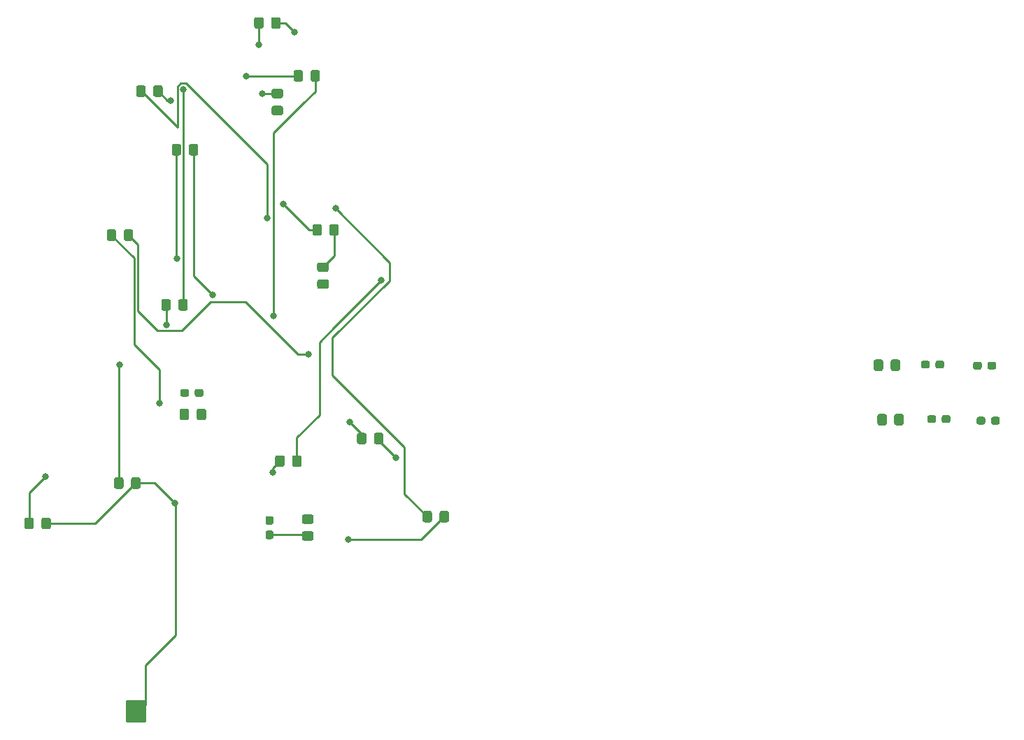
<source format=gbr>
%TF.GenerationSoftware,KiCad,Pcbnew,(5.1.6)-1*%
%TF.CreationDate,2021-10-19T11:47:46+02:00*%
%TF.ProjectId,_autosave-BaumOben,5f617574-6f73-4617-9665-2d4261756d4f,rev?*%
%TF.SameCoordinates,Original*%
%TF.FileFunction,Copper,L1,Top*%
%TF.FilePolarity,Positive*%
%FSLAX46Y46*%
G04 Gerber Fmt 4.6, Leading zero omitted, Abs format (unit mm)*
G04 Created by KiCad (PCBNEW (5.1.6)-1) date 2021-10-19 11:47:46*
%MOMM*%
%LPD*%
G01*
G04 APERTURE LIST*
%TA.AperFunction,ViaPad*%
%ADD10C,0.800000*%
%TD*%
%TA.AperFunction,Conductor*%
%ADD11C,0.250000*%
%TD*%
%TA.AperFunction,Conductor*%
%ADD12C,0.254000*%
%TD*%
G04 APERTURE END LIST*
%TO.P,R10,2*%
%TO.N,GND*%
%TA.AperFunction,SMDPad,CuDef*%
G36*
G01*
X180463500Y-113226001D02*
X180463500Y-112325999D01*
G75*
G02*
X180713499Y-112076000I249999J0D01*
G01*
X181363501Y-112076000D01*
G75*
G02*
X181613500Y-112325999I0J-249999D01*
G01*
X181613500Y-113226001D01*
G75*
G02*
X181363501Y-113476000I-249999J0D01*
G01*
X180713499Y-113476000D01*
G75*
G02*
X180463500Y-113226001I0J249999D01*
G01*
G37*
%TD.AperFunction*%
%TO.P,R10,1*%
%TO.N,Net-(DB8-Pad1)*%
%TA.AperFunction,SMDPad,CuDef*%
G36*
G01*
X178413500Y-113226001D02*
X178413500Y-112325999D01*
G75*
G02*
X178663499Y-112076000I249999J0D01*
G01*
X179313501Y-112076000D01*
G75*
G02*
X179563500Y-112325999I0J-249999D01*
G01*
X179563500Y-113226001D01*
G75*
G02*
X179313501Y-113476000I-249999J0D01*
G01*
X178663499Y-113476000D01*
G75*
G02*
X178413500Y-113226001I0J249999D01*
G01*
G37*
%TD.AperFunction*%
%TD*%
%TO.P,R9,2*%
%TO.N,GND*%
%TA.AperFunction,SMDPad,CuDef*%
G36*
G01*
X180028000Y-106622001D02*
X180028000Y-105721999D01*
G75*
G02*
X180277999Y-105472000I249999J0D01*
G01*
X180928001Y-105472000D01*
G75*
G02*
X181178000Y-105721999I0J-249999D01*
G01*
X181178000Y-106622001D01*
G75*
G02*
X180928001Y-106872000I-249999J0D01*
G01*
X180277999Y-106872000D01*
G75*
G02*
X180028000Y-106622001I0J249999D01*
G01*
G37*
%TD.AperFunction*%
%TO.P,R9,1*%
%TO.N,Net-(DB6-Pad1)*%
%TA.AperFunction,SMDPad,CuDef*%
G36*
G01*
X177978000Y-106622001D02*
X177978000Y-105721999D01*
G75*
G02*
X178227999Y-105472000I249999J0D01*
G01*
X178878001Y-105472000D01*
G75*
G02*
X179128000Y-105721999I0J-249999D01*
G01*
X179128000Y-106622001D01*
G75*
G02*
X178878001Y-106872000I-249999J0D01*
G01*
X178227999Y-106872000D01*
G75*
G02*
X177978000Y-106622001I0J249999D01*
G01*
G37*
%TD.AperFunction*%
%TD*%
%TO.P,R8,2*%
%TO.N,GND*%
%TA.AperFunction,SMDPad,CuDef*%
G36*
G01*
X109924001Y-125407000D02*
X109023999Y-125407000D01*
G75*
G02*
X108774000Y-125157001I0J249999D01*
G01*
X108774000Y-124506999D01*
G75*
G02*
X109023999Y-124257000I249999J0D01*
G01*
X109924001Y-124257000D01*
G75*
G02*
X110174000Y-124506999I0J-249999D01*
G01*
X110174000Y-125157001D01*
G75*
G02*
X109924001Y-125407000I-249999J0D01*
G01*
G37*
%TD.AperFunction*%
%TO.P,R8,1*%
%TO.N,Net-(DB4-Pad1)*%
%TA.AperFunction,SMDPad,CuDef*%
G36*
G01*
X109924001Y-127457000D02*
X109023999Y-127457000D01*
G75*
G02*
X108774000Y-127207001I0J249999D01*
G01*
X108774000Y-126556999D01*
G75*
G02*
X109023999Y-126307000I249999J0D01*
G01*
X109924001Y-126307000D01*
G75*
G02*
X110174000Y-126556999I0J-249999D01*
G01*
X110174000Y-127207001D01*
G75*
G02*
X109924001Y-127457000I-249999J0D01*
G01*
G37*
%TD.AperFunction*%
%TD*%
%TO.P,R7,2*%
%TO.N,GND*%
%TA.AperFunction,SMDPad,CuDef*%
G36*
G01*
X96017500Y-112591001D02*
X96017500Y-111690999D01*
G75*
G02*
X96267499Y-111441000I249999J0D01*
G01*
X96917501Y-111441000D01*
G75*
G02*
X97167500Y-111690999I0J-249999D01*
G01*
X97167500Y-112591001D01*
G75*
G02*
X96917501Y-112841000I-249999J0D01*
G01*
X96267499Y-112841000D01*
G75*
G02*
X96017500Y-112591001I0J249999D01*
G01*
G37*
%TD.AperFunction*%
%TO.P,R7,1*%
%TO.N,Net-(DB2-Pad1)*%
%TA.AperFunction,SMDPad,CuDef*%
G36*
G01*
X93967500Y-112591001D02*
X93967500Y-111690999D01*
G75*
G02*
X94217499Y-111441000I249999J0D01*
G01*
X94867501Y-111441000D01*
G75*
G02*
X95117500Y-111690999I0J-249999D01*
G01*
X95117500Y-112591001D01*
G75*
G02*
X94867501Y-112841000I-249999J0D01*
G01*
X94217499Y-112841000D01*
G75*
G02*
X93967500Y-112591001I0J249999D01*
G01*
G37*
%TD.AperFunction*%
%TD*%
%TO.P,R3,2*%
%TO.N,GND*%
%TA.AperFunction,SMDPad,CuDef*%
G36*
G01*
X105340999Y-74745000D02*
X106241001Y-74745000D01*
G75*
G02*
X106491000Y-74994999I0J-249999D01*
G01*
X106491000Y-75645001D01*
G75*
G02*
X106241001Y-75895000I-249999J0D01*
G01*
X105340999Y-75895000D01*
G75*
G02*
X105091000Y-75645001I0J249999D01*
G01*
X105091000Y-74994999D01*
G75*
G02*
X105340999Y-74745000I249999J0D01*
G01*
G37*
%TD.AperFunction*%
%TO.P,R3,1*%
%TO.N,Net-(DR4-Pad1)*%
%TA.AperFunction,SMDPad,CuDef*%
G36*
G01*
X105340999Y-72695000D02*
X106241001Y-72695000D01*
G75*
G02*
X106491000Y-72944999I0J-249999D01*
G01*
X106491000Y-73595001D01*
G75*
G02*
X106241001Y-73845000I-249999J0D01*
G01*
X105340999Y-73845000D01*
G75*
G02*
X105091000Y-73595001I0J249999D01*
G01*
X105091000Y-72944999D01*
G75*
G02*
X105340999Y-72695000I249999J0D01*
G01*
G37*
%TD.AperFunction*%
%TD*%
%TO.P,R1,2*%
%TO.N,GND*%
%TA.AperFunction,SMDPad,CuDef*%
G36*
G01*
X110865499Y-95772500D02*
X111765501Y-95772500D01*
G75*
G02*
X112015500Y-96022499I0J-249999D01*
G01*
X112015500Y-96672501D01*
G75*
G02*
X111765501Y-96922500I-249999J0D01*
G01*
X110865499Y-96922500D01*
G75*
G02*
X110615500Y-96672501I0J249999D01*
G01*
X110615500Y-96022499D01*
G75*
G02*
X110865499Y-95772500I249999J0D01*
G01*
G37*
%TD.AperFunction*%
%TO.P,R1,1*%
%TO.N,Net-(DY4-Pad1)*%
%TA.AperFunction,SMDPad,CuDef*%
G36*
G01*
X110865499Y-93722500D02*
X111765501Y-93722500D01*
G75*
G02*
X112015500Y-93972499I0J-249999D01*
G01*
X112015500Y-94622501D01*
G75*
G02*
X111765501Y-94872500I-249999J0D01*
G01*
X110865499Y-94872500D01*
G75*
G02*
X110615500Y-94622501I0J249999D01*
G01*
X110615500Y-93972499D01*
G75*
G02*
X110865499Y-93722500I249999J0D01*
G01*
G37*
%TD.AperFunction*%
%TD*%
%TO.P,DY8,2*%
%TO.N,Net-(DY7-Pad1)*%
%TA.AperFunction,SMDPad,CuDef*%
G36*
G01*
X93795000Y-99319501D02*
X93795000Y-98419499D01*
G75*
G02*
X94044999Y-98169500I249999J0D01*
G01*
X94695001Y-98169500D01*
G75*
G02*
X94945000Y-98419499I0J-249999D01*
G01*
X94945000Y-99319501D01*
G75*
G02*
X94695001Y-99569500I-249999J0D01*
G01*
X94044999Y-99569500D01*
G75*
G02*
X93795000Y-99319501I0J249999D01*
G01*
G37*
%TD.AperFunction*%
%TO.P,DY8,1*%
%TO.N,Net-(DY8-Pad1)*%
%TA.AperFunction,SMDPad,CuDef*%
G36*
G01*
X91745000Y-99319501D02*
X91745000Y-98419499D01*
G75*
G02*
X91994999Y-98169500I249999J0D01*
G01*
X92645001Y-98169500D01*
G75*
G02*
X92895000Y-98419499I0J-249999D01*
G01*
X92895000Y-99319501D01*
G75*
G02*
X92645001Y-99569500I-249999J0D01*
G01*
X91994999Y-99569500D01*
G75*
G02*
X91745000Y-99319501I0J249999D01*
G01*
G37*
%TD.AperFunction*%
%TD*%
%TO.P,DY6,2*%
%TO.N,Net-(DY5-Pad1)*%
%TA.AperFunction,SMDPad,CuDef*%
G36*
G01*
X109797000Y-71570001D02*
X109797000Y-70669999D01*
G75*
G02*
X110046999Y-70420000I249999J0D01*
G01*
X110697001Y-70420000D01*
G75*
G02*
X110947000Y-70669999I0J-249999D01*
G01*
X110947000Y-71570001D01*
G75*
G02*
X110697001Y-71820000I-249999J0D01*
G01*
X110046999Y-71820000D01*
G75*
G02*
X109797000Y-71570001I0J249999D01*
G01*
G37*
%TD.AperFunction*%
%TO.P,DY6,1*%
%TO.N,Net-(DY6-Pad1)*%
%TA.AperFunction,SMDPad,CuDef*%
G36*
G01*
X107747000Y-71570001D02*
X107747000Y-70669999D01*
G75*
G02*
X107996999Y-70420000I249999J0D01*
G01*
X108647001Y-70420000D01*
G75*
G02*
X108897000Y-70669999I0J-249999D01*
G01*
X108897000Y-71570001D01*
G75*
G02*
X108647001Y-71820000I-249999J0D01*
G01*
X107996999Y-71820000D01*
G75*
G02*
X107747000Y-71570001I0J249999D01*
G01*
G37*
%TD.AperFunction*%
%TD*%
%TO.P,DY4,2*%
%TO.N,Net-(DY3-Pad1)*%
%TA.AperFunction,SMDPad,CuDef*%
G36*
G01*
X111183000Y-89338999D02*
X111183000Y-90239001D01*
G75*
G02*
X110933001Y-90489000I-249999J0D01*
G01*
X110282999Y-90489000D01*
G75*
G02*
X110033000Y-90239001I0J249999D01*
G01*
X110033000Y-89338999D01*
G75*
G02*
X110282999Y-89089000I249999J0D01*
G01*
X110933001Y-89089000D01*
G75*
G02*
X111183000Y-89338999I0J-249999D01*
G01*
G37*
%TD.AperFunction*%
%TO.P,DY4,1*%
%TO.N,Net-(DY4-Pad1)*%
%TA.AperFunction,SMDPad,CuDef*%
G36*
G01*
X113233000Y-89338999D02*
X113233000Y-90239001D01*
G75*
G02*
X112983001Y-90489000I-249999J0D01*
G01*
X112332999Y-90489000D01*
G75*
G02*
X112083000Y-90239001I0J249999D01*
G01*
X112083000Y-89338999D01*
G75*
G02*
X112332999Y-89089000I249999J0D01*
G01*
X112983001Y-89089000D01*
G75*
G02*
X113233000Y-89338999I0J-249999D01*
G01*
G37*
%TD.AperFunction*%
%TD*%
%TO.P,DY1,2*%
%TO.N,Takt_9V*%
%TA.AperFunction,SMDPad,CuDef*%
G36*
G01*
X88080000Y-120909501D02*
X88080000Y-120009499D01*
G75*
G02*
X88329999Y-119759500I249999J0D01*
G01*
X88980001Y-119759500D01*
G75*
G02*
X89230000Y-120009499I0J-249999D01*
G01*
X89230000Y-120909501D01*
G75*
G02*
X88980001Y-121159500I-249999J0D01*
G01*
X88329999Y-121159500D01*
G75*
G02*
X88080000Y-120909501I0J249999D01*
G01*
G37*
%TD.AperFunction*%
%TO.P,DY1,1*%
%TO.N,Net-(DY1-Pad1)*%
%TA.AperFunction,SMDPad,CuDef*%
G36*
G01*
X86030000Y-120909501D02*
X86030000Y-120009499D01*
G75*
G02*
X86279999Y-119759500I249999J0D01*
G01*
X86930001Y-119759500D01*
G75*
G02*
X87180000Y-120009499I0J-249999D01*
G01*
X87180000Y-120909501D01*
G75*
G02*
X86930001Y-121159500I-249999J0D01*
G01*
X86279999Y-121159500D01*
G75*
G02*
X86030000Y-120909501I0J249999D01*
G01*
G37*
%TD.AperFunction*%
%TD*%
%TO.P,DR7,2*%
%TO.N,Net-(DR6-Pad1)*%
%TA.AperFunction,SMDPad,CuDef*%
G36*
G01*
X87191000Y-90874001D02*
X87191000Y-89973999D01*
G75*
G02*
X87440999Y-89724000I249999J0D01*
G01*
X88091001Y-89724000D01*
G75*
G02*
X88341000Y-89973999I0J-249999D01*
G01*
X88341000Y-90874001D01*
G75*
G02*
X88091001Y-91124000I-249999J0D01*
G01*
X87440999Y-91124000D01*
G75*
G02*
X87191000Y-90874001I0J249999D01*
G01*
G37*
%TD.AperFunction*%
%TO.P,DR7,1*%
%TO.N,Net-(DR7-Pad1)*%
%TA.AperFunction,SMDPad,CuDef*%
G36*
G01*
X85141000Y-90874001D02*
X85141000Y-89973999D01*
G75*
G02*
X85390999Y-89724000I249999J0D01*
G01*
X86041001Y-89724000D01*
G75*
G02*
X86291000Y-89973999I0J-249999D01*
G01*
X86291000Y-90874001D01*
G75*
G02*
X86041001Y-91124000I-249999J0D01*
G01*
X85390999Y-91124000D01*
G75*
G02*
X85141000Y-90874001I0J249999D01*
G01*
G37*
%TD.AperFunction*%
%TD*%
%TO.P,DR5,2*%
%TO.N,Takt_invertiert_9V*%
%TA.AperFunction,SMDPad,CuDef*%
G36*
G01*
X117480500Y-115512001D02*
X117480500Y-114611999D01*
G75*
G02*
X117730499Y-114362000I249999J0D01*
G01*
X118380501Y-114362000D01*
G75*
G02*
X118630500Y-114611999I0J-249999D01*
G01*
X118630500Y-115512001D01*
G75*
G02*
X118380501Y-115762000I-249999J0D01*
G01*
X117730499Y-115762000D01*
G75*
G02*
X117480500Y-115512001I0J249999D01*
G01*
G37*
%TD.AperFunction*%
%TO.P,DR5,1*%
%TO.N,Net-(DR5-Pad1)*%
%TA.AperFunction,SMDPad,CuDef*%
G36*
G01*
X115430500Y-115512001D02*
X115430500Y-114611999D01*
G75*
G02*
X115680499Y-114362000I249999J0D01*
G01*
X116330501Y-114362000D01*
G75*
G02*
X116580500Y-114611999I0J-249999D01*
G01*
X116580500Y-115512001D01*
G75*
G02*
X116330501Y-115762000I-249999J0D01*
G01*
X115680499Y-115762000D01*
G75*
G02*
X115430500Y-115512001I0J249999D01*
G01*
G37*
%TD.AperFunction*%
%TD*%
%TO.P,DR3,2*%
%TO.N,Net-(DR2-Pad1)*%
%TA.AperFunction,SMDPad,CuDef*%
G36*
G01*
X104134500Y-64256499D02*
X104134500Y-65156501D01*
G75*
G02*
X103884501Y-65406500I-249999J0D01*
G01*
X103234499Y-65406500D01*
G75*
G02*
X102984500Y-65156501I0J249999D01*
G01*
X102984500Y-64256499D01*
G75*
G02*
X103234499Y-64006500I249999J0D01*
G01*
X103884501Y-64006500D01*
G75*
G02*
X104134500Y-64256499I0J-249999D01*
G01*
G37*
%TD.AperFunction*%
%TO.P,DR3,1*%
%TO.N,Net-(DR3-Pad1)*%
%TA.AperFunction,SMDPad,CuDef*%
G36*
G01*
X106184500Y-64256499D02*
X106184500Y-65156501D01*
G75*
G02*
X105934501Y-65406500I-249999J0D01*
G01*
X105284499Y-65406500D01*
G75*
G02*
X105034500Y-65156501I0J249999D01*
G01*
X105034500Y-64256499D01*
G75*
G02*
X105284499Y-64006500I249999J0D01*
G01*
X105934501Y-64006500D01*
G75*
G02*
X106184500Y-64256499I0J-249999D01*
G01*
G37*
%TD.AperFunction*%
%TD*%
%TO.P,DR1,2*%
%TO.N,Takt_9V*%
%TA.AperFunction,SMDPad,CuDef*%
G36*
G01*
X77221500Y-125799001D02*
X77221500Y-124898999D01*
G75*
G02*
X77471499Y-124649000I249999J0D01*
G01*
X78121501Y-124649000D01*
G75*
G02*
X78371500Y-124898999I0J-249999D01*
G01*
X78371500Y-125799001D01*
G75*
G02*
X78121501Y-126049000I-249999J0D01*
G01*
X77471499Y-126049000D01*
G75*
G02*
X77221500Y-125799001I0J249999D01*
G01*
G37*
%TD.AperFunction*%
%TO.P,DR1,1*%
%TO.N,Net-(DR1-Pad1)*%
%TA.AperFunction,SMDPad,CuDef*%
G36*
G01*
X75171500Y-125799001D02*
X75171500Y-124898999D01*
G75*
G02*
X75421499Y-124649000I249999J0D01*
G01*
X76071501Y-124649000D01*
G75*
G02*
X76321500Y-124898999I0J-249999D01*
G01*
X76321500Y-125799001D01*
G75*
G02*
X76071501Y-126049000I-249999J0D01*
G01*
X75421499Y-126049000D01*
G75*
G02*
X75171500Y-125799001I0J249999D01*
G01*
G37*
%TD.AperFunction*%
%TD*%
%TO.P,DG7,2*%
%TO.N,Net-(DG6-Pad1)*%
%TA.AperFunction,SMDPad,CuDef*%
G36*
G01*
X89856000Y-72511499D02*
X89856000Y-73411501D01*
G75*
G02*
X89606001Y-73661500I-249999J0D01*
G01*
X88955999Y-73661500D01*
G75*
G02*
X88706000Y-73411501I0J249999D01*
G01*
X88706000Y-72511499D01*
G75*
G02*
X88955999Y-72261500I249999J0D01*
G01*
X89606001Y-72261500D01*
G75*
G02*
X89856000Y-72511499I0J-249999D01*
G01*
G37*
%TD.AperFunction*%
%TO.P,DG7,1*%
%TO.N,Net-(DG7-Pad1)*%
%TA.AperFunction,SMDPad,CuDef*%
G36*
G01*
X91906000Y-72511499D02*
X91906000Y-73411501D01*
G75*
G02*
X91656001Y-73661500I-249999J0D01*
G01*
X91005999Y-73661500D01*
G75*
G02*
X90756000Y-73411501I0J249999D01*
G01*
X90756000Y-72511499D01*
G75*
G02*
X91005999Y-72261500I249999J0D01*
G01*
X91656001Y-72261500D01*
G75*
G02*
X91906000Y-72511499I0J-249999D01*
G01*
G37*
%TD.AperFunction*%
%TD*%
%TO.P,DG5,2*%
%TO.N,Takt_invertiert_9V*%
%TA.AperFunction,SMDPad,CuDef*%
G36*
G01*
X125418000Y-124973501D02*
X125418000Y-124073499D01*
G75*
G02*
X125667999Y-123823500I249999J0D01*
G01*
X126318001Y-123823500D01*
G75*
G02*
X126568000Y-124073499I0J-249999D01*
G01*
X126568000Y-124973501D01*
G75*
G02*
X126318001Y-125223500I-249999J0D01*
G01*
X125667999Y-125223500D01*
G75*
G02*
X125418000Y-124973501I0J249999D01*
G01*
G37*
%TD.AperFunction*%
%TO.P,DG5,1*%
%TO.N,Net-(DG5-Pad1)*%
%TA.AperFunction,SMDPad,CuDef*%
G36*
G01*
X123368000Y-124973501D02*
X123368000Y-124073499D01*
G75*
G02*
X123617999Y-123823500I249999J0D01*
G01*
X124268001Y-123823500D01*
G75*
G02*
X124518000Y-124073499I0J-249999D01*
G01*
X124518000Y-124973501D01*
G75*
G02*
X124268001Y-125223500I-249999J0D01*
G01*
X123617999Y-125223500D01*
G75*
G02*
X123368000Y-124973501I0J249999D01*
G01*
G37*
%TD.AperFunction*%
%TD*%
%TO.P,DG3,2*%
%TO.N,Net-(DG2-Pad1)*%
%TA.AperFunction,SMDPad,CuDef*%
G36*
G01*
X107574500Y-118242501D02*
X107574500Y-117342499D01*
G75*
G02*
X107824499Y-117092500I249999J0D01*
G01*
X108474501Y-117092500D01*
G75*
G02*
X108724500Y-117342499I0J-249999D01*
G01*
X108724500Y-118242501D01*
G75*
G02*
X108474501Y-118492500I-249999J0D01*
G01*
X107824499Y-118492500D01*
G75*
G02*
X107574500Y-118242501I0J249999D01*
G01*
G37*
%TD.AperFunction*%
%TO.P,DG3,1*%
%TO.N,Net-(DG3-Pad1)*%
%TA.AperFunction,SMDPad,CuDef*%
G36*
G01*
X105524500Y-118242501D02*
X105524500Y-117342499D01*
G75*
G02*
X105774499Y-117092500I249999J0D01*
G01*
X106424501Y-117092500D01*
G75*
G02*
X106674500Y-117342499I0J-249999D01*
G01*
X106674500Y-118242501D01*
G75*
G02*
X106424501Y-118492500I-249999J0D01*
G01*
X105774499Y-118492500D01*
G75*
G02*
X105524500Y-118242501I0J249999D01*
G01*
G37*
%TD.AperFunction*%
%TD*%
%TO.P,DG1,2*%
%TO.N,Takt_9V*%
%TA.AperFunction,SMDPad,CuDef*%
G36*
G01*
X95065000Y-80523501D02*
X95065000Y-79623499D01*
G75*
G02*
X95314999Y-79373500I249999J0D01*
G01*
X95965001Y-79373500D01*
G75*
G02*
X96215000Y-79623499I0J-249999D01*
G01*
X96215000Y-80523501D01*
G75*
G02*
X95965001Y-80773500I-249999J0D01*
G01*
X95314999Y-80773500D01*
G75*
G02*
X95065000Y-80523501I0J249999D01*
G01*
G37*
%TD.AperFunction*%
%TO.P,DG1,1*%
%TO.N,Net-(DG1-Pad1)*%
%TA.AperFunction,SMDPad,CuDef*%
G36*
G01*
X93015000Y-80523501D02*
X93015000Y-79623499D01*
G75*
G02*
X93264999Y-79373500I249999J0D01*
G01*
X93915001Y-79373500D01*
G75*
G02*
X94165000Y-79623499I0J-249999D01*
G01*
X94165000Y-80523501D01*
G75*
G02*
X93915001Y-80773500I-249999J0D01*
G01*
X93264999Y-80773500D01*
G75*
G02*
X93015000Y-80523501I0J249999D01*
G01*
G37*
%TD.AperFunction*%
%TD*%
%TO.P,DB8,2*%
%TO.N,Net-(DB7-Pad1)*%
%TA.AperFunction,SMDPad,CuDef*%
G36*
G01*
X186214500Y-112950000D02*
X186214500Y-112475000D01*
G75*
G02*
X186452000Y-112237500I237500J0D01*
G01*
X187027000Y-112237500D01*
G75*
G02*
X187264500Y-112475000I0J-237500D01*
G01*
X187264500Y-112950000D01*
G75*
G02*
X187027000Y-113187500I-237500J0D01*
G01*
X186452000Y-113187500D01*
G75*
G02*
X186214500Y-112950000I0J237500D01*
G01*
G37*
%TD.AperFunction*%
%TO.P,DB8,1*%
%TO.N,Net-(DB8-Pad1)*%
%TA.AperFunction,SMDPad,CuDef*%
G36*
G01*
X184464500Y-112950000D02*
X184464500Y-112475000D01*
G75*
G02*
X184702000Y-112237500I237500J0D01*
G01*
X185277000Y-112237500D01*
G75*
G02*
X185514500Y-112475000I0J-237500D01*
G01*
X185514500Y-112950000D01*
G75*
G02*
X185277000Y-113187500I-237500J0D01*
G01*
X184702000Y-113187500D01*
G75*
G02*
X184464500Y-112950000I0J237500D01*
G01*
G37*
%TD.AperFunction*%
%TD*%
%TO.P,DB7,2*%
%TO.N,Takt_invertiert_9V*%
%TA.AperFunction,SMDPad,CuDef*%
G36*
G01*
X192183500Y-113140500D02*
X192183500Y-112665500D01*
G75*
G02*
X192421000Y-112428000I237500J0D01*
G01*
X192996000Y-112428000D01*
G75*
G02*
X193233500Y-112665500I0J-237500D01*
G01*
X193233500Y-113140500D01*
G75*
G02*
X192996000Y-113378000I-237500J0D01*
G01*
X192421000Y-113378000D01*
G75*
G02*
X192183500Y-113140500I0J237500D01*
G01*
G37*
%TD.AperFunction*%
%TO.P,DB7,1*%
%TO.N,Net-(DB7-Pad1)*%
%TA.AperFunction,SMDPad,CuDef*%
G36*
G01*
X190433500Y-113140500D02*
X190433500Y-112665500D01*
G75*
G02*
X190671000Y-112428000I237500J0D01*
G01*
X191246000Y-112428000D01*
G75*
G02*
X191483500Y-112665500I0J-237500D01*
G01*
X191483500Y-113140500D01*
G75*
G02*
X191246000Y-113378000I-237500J0D01*
G01*
X190671000Y-113378000D01*
G75*
G02*
X190433500Y-113140500I0J237500D01*
G01*
G37*
%TD.AperFunction*%
%TD*%
%TO.P,DB6,2*%
%TO.N,Net-(DB5-Pad1)*%
%TA.AperFunction,SMDPad,CuDef*%
G36*
G01*
X185452500Y-106346000D02*
X185452500Y-105871000D01*
G75*
G02*
X185690000Y-105633500I237500J0D01*
G01*
X186265000Y-105633500D01*
G75*
G02*
X186502500Y-105871000I0J-237500D01*
G01*
X186502500Y-106346000D01*
G75*
G02*
X186265000Y-106583500I-237500J0D01*
G01*
X185690000Y-106583500D01*
G75*
G02*
X185452500Y-106346000I0J237500D01*
G01*
G37*
%TD.AperFunction*%
%TO.P,DB6,1*%
%TO.N,Net-(DB6-Pad1)*%
%TA.AperFunction,SMDPad,CuDef*%
G36*
G01*
X183702500Y-106346000D02*
X183702500Y-105871000D01*
G75*
G02*
X183940000Y-105633500I237500J0D01*
G01*
X184515000Y-105633500D01*
G75*
G02*
X184752500Y-105871000I0J-237500D01*
G01*
X184752500Y-106346000D01*
G75*
G02*
X184515000Y-106583500I-237500J0D01*
G01*
X183940000Y-106583500D01*
G75*
G02*
X183702500Y-106346000I0J237500D01*
G01*
G37*
%TD.AperFunction*%
%TD*%
%TO.P,DB5,2*%
%TO.N,Takt_invertiert_9V*%
%TA.AperFunction,SMDPad,CuDef*%
G36*
G01*
X191753000Y-106473000D02*
X191753000Y-105998000D01*
G75*
G02*
X191990500Y-105760500I237500J0D01*
G01*
X192565500Y-105760500D01*
G75*
G02*
X192803000Y-105998000I0J-237500D01*
G01*
X192803000Y-106473000D01*
G75*
G02*
X192565500Y-106710500I-237500J0D01*
G01*
X191990500Y-106710500D01*
G75*
G02*
X191753000Y-106473000I0J237500D01*
G01*
G37*
%TD.AperFunction*%
%TO.P,DB5,1*%
%TO.N,Net-(DB5-Pad1)*%
%TA.AperFunction,SMDPad,CuDef*%
G36*
G01*
X190003000Y-106473000D02*
X190003000Y-105998000D01*
G75*
G02*
X190240500Y-105760500I237500J0D01*
G01*
X190815500Y-105760500D01*
G75*
G02*
X191053000Y-105998000I0J-237500D01*
G01*
X191053000Y-106473000D01*
G75*
G02*
X190815500Y-106710500I-237500J0D01*
G01*
X190240500Y-106710500D01*
G75*
G02*
X190003000Y-106473000I0J237500D01*
G01*
G37*
%TD.AperFunction*%
%TD*%
%TO.P,DB4,2*%
%TO.N,Net-(DB3-Pad1)*%
%TA.AperFunction,SMDPad,CuDef*%
G36*
G01*
X105076000Y-125507000D02*
X104601000Y-125507000D01*
G75*
G02*
X104363500Y-125269500I0J237500D01*
G01*
X104363500Y-124694500D01*
G75*
G02*
X104601000Y-124457000I237500J0D01*
G01*
X105076000Y-124457000D01*
G75*
G02*
X105313500Y-124694500I0J-237500D01*
G01*
X105313500Y-125269500D01*
G75*
G02*
X105076000Y-125507000I-237500J0D01*
G01*
G37*
%TD.AperFunction*%
%TO.P,DB4,1*%
%TO.N,Net-(DB4-Pad1)*%
%TA.AperFunction,SMDPad,CuDef*%
G36*
G01*
X105076000Y-127257000D02*
X104601000Y-127257000D01*
G75*
G02*
X104363500Y-127019500I0J237500D01*
G01*
X104363500Y-126444500D01*
G75*
G02*
X104601000Y-126207000I237500J0D01*
G01*
X105076000Y-126207000D01*
G75*
G02*
X105313500Y-126444500I0J-237500D01*
G01*
X105313500Y-127019500D01*
G75*
G02*
X105076000Y-127257000I-237500J0D01*
G01*
G37*
%TD.AperFunction*%
%TD*%
%TO.P,DB2,2*%
%TO.N,Net-(DB1-Pad1)*%
%TA.AperFunction,SMDPad,CuDef*%
G36*
G01*
X95790500Y-109775000D02*
X95790500Y-109300000D01*
G75*
G02*
X96028000Y-109062500I237500J0D01*
G01*
X96603000Y-109062500D01*
G75*
G02*
X96840500Y-109300000I0J-237500D01*
G01*
X96840500Y-109775000D01*
G75*
G02*
X96603000Y-110012500I-237500J0D01*
G01*
X96028000Y-110012500D01*
G75*
G02*
X95790500Y-109775000I0J237500D01*
G01*
G37*
%TD.AperFunction*%
%TO.P,DB2,1*%
%TO.N,Net-(DB2-Pad1)*%
%TA.AperFunction,SMDPad,CuDef*%
G36*
G01*
X94040500Y-109775000D02*
X94040500Y-109300000D01*
G75*
G02*
X94278000Y-109062500I237500J0D01*
G01*
X94853000Y-109062500D01*
G75*
G02*
X95090500Y-109300000I0J-237500D01*
G01*
X95090500Y-109775000D01*
G75*
G02*
X94853000Y-110012500I-237500J0D01*
G01*
X94278000Y-110012500D01*
G75*
G02*
X94040500Y-109775000I0J237500D01*
G01*
G37*
%TD.AperFunction*%
%TD*%
D10*
%TO.N,Takt_9V*%
X97917000Y-97663000D03*
X93376750Y-122904250D03*
%TO.N,Takt_invertiert_9V*%
X120142000Y-117348000D03*
X114363500Y-127317500D03*
%TO.N,Net-(DG1-Pad1)*%
X93599000Y-93218000D03*
%TO.N,Net-(DG2-Pad1)*%
X118364000Y-95885000D03*
%TO.N,Net-(DG3-Pad1)*%
X105219500Y-119189500D03*
%TO.N,Net-(DG5-Pad1)*%
X112839500Y-87185500D03*
%TO.N,Net-(DG6-Pad1)*%
X104584500Y-88328500D03*
%TO.N,Net-(DG7-Pad1)*%
X92837000Y-74104500D03*
%TO.N,Net-(DR1-Pad1)*%
X77724000Y-119634000D03*
%TO.N,Net-(DR2-Pad1)*%
X103568500Y-67373500D03*
%TO.N,Net-(DR3-Pad1)*%
X107886500Y-65849500D03*
%TO.N,Net-(DR4-Pad1)*%
X103949500Y-73279000D03*
%TO.N,Net-(DR5-Pad1)*%
X114554000Y-113030000D03*
%TO.N,Net-(DR6-Pad1)*%
X109537500Y-104838500D03*
%TO.N,Net-(DR7-Pad1)*%
X91503500Y-110807500D03*
%TO.N,Net-(DY1-Pad1)*%
X86677500Y-106108500D03*
%TO.N,Net-(DY3-Pad1)*%
X106489500Y-86677500D03*
%TO.N,Net-(DY5-Pad1)*%
X105346500Y-100203000D03*
%TO.N,Net-(DY6-Pad1)*%
X102044500Y-71120000D03*
%TO.N,Net-(DY7-Pad1)*%
X94424500Y-72771000D03*
%TO.N,Net-(DY8-Pad1)*%
X92329000Y-101282500D03*
%TD*%
D11*
%TO.N,Takt_9V*%
X88655000Y-120459500D02*
X90932000Y-120459500D01*
X93472000Y-122999500D02*
X93472000Y-138239500D01*
X93472000Y-138239500D02*
X93472000Y-138874500D01*
X93472000Y-138874500D02*
X89789000Y-142557500D01*
X89789000Y-142557500D02*
X89789000Y-147320000D01*
X83765500Y-125349000D02*
X88655000Y-120459500D01*
X77796500Y-125349000D02*
X83765500Y-125349000D01*
X95640000Y-80073500D02*
X95640000Y-95386000D01*
X95640000Y-95386000D02*
X97917000Y-97663000D01*
X90932000Y-120459500D02*
X93376750Y-122904250D01*
X93376750Y-122904250D02*
X93472000Y-122999500D01*
%TO.N,Net-(DB4-Pad1)*%
X109324000Y-126732000D02*
X109474000Y-126882000D01*
X104838500Y-126732000D02*
X109324000Y-126732000D01*
%TO.N,Takt_invertiert_9V*%
X118055500Y-115261500D02*
X118055500Y-115062000D01*
X120142000Y-117348000D02*
X118055500Y-115261500D01*
X125993000Y-124523500D02*
X123199000Y-127317500D01*
X123199000Y-127317500D02*
X114363500Y-127317500D01*
%TO.N,Net-(DG1-Pad1)*%
X93590000Y-92465000D02*
X93590000Y-80073500D01*
X93590000Y-92465000D02*
X93590000Y-93209000D01*
X93590000Y-93209000D02*
X93599000Y-93218000D01*
%TO.N,Net-(DG2-Pad1)*%
X108149500Y-117792500D02*
X108149500Y-114926000D01*
X112712500Y-101536500D02*
X118364000Y-95885000D01*
X108149500Y-114926000D02*
X110871000Y-112204500D01*
X110871000Y-103378000D02*
X112712500Y-101536500D01*
X110871000Y-112204500D02*
X110871000Y-103378000D01*
%TO.N,Net-(DG3-Pad1)*%
X105219500Y-118672500D02*
X106099500Y-117792500D01*
X105219500Y-119189500D02*
X105219500Y-118672500D01*
%TO.N,Net-(DG5-Pad1)*%
X123943000Y-124523500D02*
X121186025Y-121766525D01*
X121186025Y-121766525D02*
X121186025Y-116106025D01*
X112458500Y-102863502D02*
X119380000Y-95942002D01*
X121186025Y-116106025D02*
X112458500Y-107378500D01*
X112458500Y-107378500D02*
X112458500Y-102863502D01*
X119380000Y-95942002D02*
X119380000Y-93726000D01*
X119380000Y-93726000D02*
X112839500Y-87185500D01*
%TO.N,Net-(DG6-Pad1)*%
X93699499Y-77379999D02*
X93699499Y-72422999D01*
X104584500Y-81857998D02*
X104584500Y-88328500D01*
X93699499Y-72422999D02*
X94076499Y-72045999D01*
X94076499Y-72045999D02*
X94772501Y-72045999D01*
X89281000Y-72961500D02*
X93699499Y-77379999D01*
X94772501Y-72045999D02*
X104584500Y-81857998D01*
%TO.N,Net-(DG7-Pad1)*%
X92474000Y-74104500D02*
X91331000Y-72961500D01*
X92837000Y-74104500D02*
X92474000Y-74104500D01*
%TO.N,Net-(DR1-Pad1)*%
X75746500Y-125349000D02*
X75746500Y-121611500D01*
X75746500Y-121611500D02*
X77724000Y-119634000D01*
%TO.N,Net-(DR2-Pad1)*%
X103568500Y-64715500D02*
X103559500Y-64706500D01*
X103568500Y-67373500D02*
X103568500Y-64715500D01*
%TO.N,Net-(DR3-Pad1)*%
X105609500Y-64706500D02*
X106743500Y-64706500D01*
X106743500Y-64706500D02*
X107886500Y-65849500D01*
%TO.N,Net-(DR4-Pad1)*%
X105782000Y-73279000D02*
X105791000Y-73270000D01*
X103949500Y-73279000D02*
X105782000Y-73279000D01*
%TO.N,Net-(DR5-Pad1)*%
X116005500Y-114481500D02*
X116005500Y-115062000D01*
X114554000Y-113030000D02*
X116005500Y-114481500D01*
%TO.N,Net-(DR6-Pad1)*%
X88905510Y-91563510D02*
X88905510Y-99637010D01*
X87766000Y-90424000D02*
X88905510Y-91563510D01*
X91276001Y-102007501D02*
X94207499Y-102007501D01*
X88905510Y-99637010D02*
X91276001Y-102007501D01*
X94207499Y-102007501D02*
X97726500Y-98488500D01*
X97726500Y-98488500D02*
X101917500Y-98488500D01*
X101917500Y-98488500D02*
X108267500Y-104838500D01*
X108267500Y-104838500D02*
X109537500Y-104838500D01*
%TO.N,Net-(DR7-Pad1)*%
X91503500Y-106743620D02*
X88455500Y-103695620D01*
X91503500Y-110807500D02*
X91503500Y-106743620D01*
X88455500Y-93163500D02*
X85716000Y-90424000D01*
X88455500Y-103695620D02*
X88455500Y-93163500D01*
%TO.N,Net-(DY1-Pad1)*%
X86605000Y-120459500D02*
X86605000Y-106181000D01*
X86605000Y-106181000D02*
X86677500Y-106108500D01*
%TO.N,Net-(DY3-Pad1)*%
X109601000Y-89789000D02*
X110608000Y-89789000D01*
X106489500Y-86677500D02*
X109601000Y-89789000D01*
%TO.N,Net-(DY4-Pad1)*%
X112658000Y-92955000D02*
X111315500Y-94297500D01*
X112658000Y-89789000D02*
X112658000Y-92955000D01*
%TO.N,Net-(DY5-Pad1)*%
X110372000Y-71120000D02*
X110372000Y-73016000D01*
X110372000Y-73016000D02*
X108913478Y-74474522D01*
X108913478Y-74474522D02*
X105346500Y-78041500D01*
X105346500Y-78041500D02*
X105346500Y-100203000D01*
%TO.N,Net-(DY6-Pad1)*%
X102044500Y-71120000D02*
X108322000Y-71120000D01*
%TO.N,Net-(DY7-Pad1)*%
X94370000Y-98869500D02*
X94370000Y-72825500D01*
X94370000Y-72825500D02*
X94424500Y-72771000D01*
%TO.N,Net-(DY8-Pad1)*%
X92329000Y-98878500D02*
X92320000Y-98869500D01*
X92329000Y-101282500D02*
X92329000Y-98878500D01*
%TO.N,GND*%
X111315500Y-96347500D02*
X111297500Y-96347500D01*
%TD*%
D12*
%TO.N,Takt_9V*%
G36*
X89764000Y-149327000D02*
G01*
X87528000Y-149327000D01*
X87528000Y-146829575D01*
X87536088Y-146812000D01*
X89764001Y-146812000D01*
X89764000Y-149327000D01*
G37*
X89764000Y-149327000D02*
X87528000Y-149327000D01*
X87528000Y-146829575D01*
X87536088Y-146812000D01*
X89764001Y-146812000D01*
X89764000Y-149327000D01*
%TD*%
M02*

</source>
